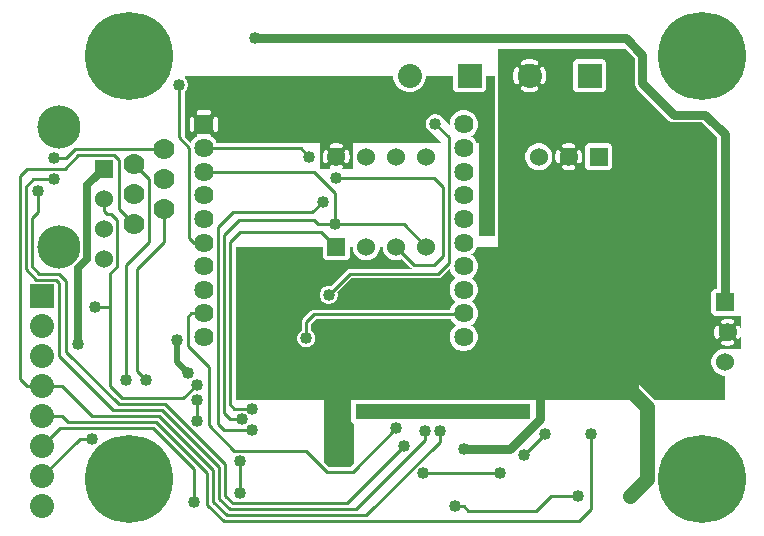
<source format=gbr>
G04 start of page 3 for group 1 idx 1 *
G04 Title: (unknown), solder *
G04 Creator: pcb 20110918 *
G04 CreationDate: Tue 05 Jan 2016 03:28:34 AM GMT UTC *
G04 For: railfan *
G04 Format: Gerber/RS-274X *
G04 PCB-Dimensions: 250000 175000 *
G04 PCB-Coordinate-Origin: lower left *
%MOIN*%
%FSLAX25Y25*%
%LNBOTTOM*%
%ADD70C,0.0530*%
%ADD69C,0.0380*%
%ADD68C,0.1285*%
%ADD67C,0.1280*%
%ADD66C,0.0480*%
%ADD65C,0.0320*%
%ADD64C,0.0280*%
%ADD63C,0.0400*%
%ADD62C,0.2937*%
%ADD61C,0.1440*%
%ADD60C,0.0700*%
%ADD59C,0.0800*%
%ADD58C,0.0640*%
%ADD57C,0.0600*%
%ADD56C,0.0200*%
%ADD55C,0.0250*%
%ADD54C,0.0300*%
%ADD53C,0.0500*%
%ADD52C,0.0150*%
%ADD51C,0.0100*%
%ADD50C,0.0001*%
G54D50*G36*
X179993Y160500D02*X186500D01*
Y128500D01*
X180585D01*
X180549Y128522D01*
X179993Y128752D01*
Y148645D01*
X180078Y148681D01*
X180179Y148743D01*
X180269Y148819D01*
X180345Y148909D01*
X180405Y149011D01*
X180622Y149480D01*
X180789Y149969D01*
X180909Y150472D01*
X180982Y150984D01*
X181006Y151500D01*
X180982Y152016D01*
X180909Y152528D01*
X180789Y153031D01*
X180622Y153520D01*
X180410Y153992D01*
X180349Y154093D01*
X180272Y154184D01*
X180182Y154261D01*
X180080Y154323D01*
X179993Y154360D01*
Y160500D01*
G37*
G36*
X175502D02*X179993D01*
Y154360D01*
X179971Y154369D01*
X179855Y154397D01*
X179737Y154406D01*
X179619Y154397D01*
X179503Y154370D01*
X179393Y154324D01*
X179292Y154262D01*
X179202Y154186D01*
X179124Y154095D01*
X179062Y153994D01*
X179016Y153885D01*
X178989Y153769D01*
X178979Y153651D01*
X178988Y153532D01*
X179016Y153417D01*
X179063Y153308D01*
X179221Y152968D01*
X179342Y152612D01*
X179430Y152247D01*
X179482Y151875D01*
X179500Y151500D01*
X179482Y151125D01*
X179430Y150753D01*
X179342Y150388D01*
X179221Y150032D01*
X179067Y149690D01*
X179020Y149582D01*
X178993Y149467D01*
X178983Y149349D01*
X178993Y149232D01*
X179021Y149117D01*
X179066Y149008D01*
X179128Y148907D01*
X179205Y148818D01*
X179295Y148741D01*
X179395Y148680D01*
X179504Y148635D01*
X179619Y148607D01*
X179737Y148598D01*
X179855Y148608D01*
X179969Y148635D01*
X179993Y148645D01*
Y128752D01*
X179895Y128793D01*
X179206Y128958D01*
X178500Y129014D01*
X177794Y128958D01*
X177105Y128793D01*
X176451Y128522D01*
X176415Y128500D01*
X175502D01*
Y145994D01*
X176016Y146018D01*
X176528Y146091D01*
X177031Y146211D01*
X177520Y146378D01*
X177992Y146590D01*
X178093Y146651D01*
X178184Y146728D01*
X178261Y146818D01*
X178323Y146920D01*
X178369Y147029D01*
X178397Y147145D01*
X178406Y147263D01*
X178397Y147381D01*
X178370Y147497D01*
X178324Y147607D01*
X178262Y147708D01*
X178186Y147798D01*
X178095Y147876D01*
X177994Y147938D01*
X177885Y147984D01*
X177769Y148011D01*
X177651Y148021D01*
X177532Y148012D01*
X177417Y147984D01*
X177308Y147937D01*
X176968Y147779D01*
X176612Y147658D01*
X176247Y147570D01*
X175875Y147518D01*
X175502Y147500D01*
Y155500D01*
X175875Y155482D01*
X176247Y155430D01*
X176612Y155342D01*
X176968Y155221D01*
X177310Y155067D01*
X177418Y155020D01*
X177533Y154993D01*
X177651Y154983D01*
X177768Y154993D01*
X177883Y155021D01*
X177992Y155066D01*
X178093Y155128D01*
X178182Y155205D01*
X178259Y155295D01*
X178320Y155395D01*
X178365Y155504D01*
X178393Y155619D01*
X178402Y155737D01*
X178392Y155855D01*
X178365Y155969D01*
X178319Y156078D01*
X178257Y156179D01*
X178181Y156269D01*
X178091Y156345D01*
X177989Y156405D01*
X177520Y156622D01*
X177031Y156789D01*
X176528Y156909D01*
X176016Y156982D01*
X175502Y157006D01*
Y160500D01*
G37*
G36*
X171007D02*X175502D01*
Y157006D01*
X175500Y157006D01*
X174984Y156982D01*
X174472Y156909D01*
X173969Y156789D01*
X173480Y156622D01*
X173008Y156410D01*
X172907Y156349D01*
X172816Y156272D01*
X172739Y156182D01*
X172677Y156080D01*
X172631Y155971D01*
X172603Y155855D01*
X172594Y155737D01*
X172603Y155619D01*
X172630Y155503D01*
X172676Y155393D01*
X172738Y155292D01*
X172814Y155202D01*
X172905Y155124D01*
X173006Y155062D01*
X173115Y155016D01*
X173231Y154989D01*
X173349Y154979D01*
X173468Y154988D01*
X173583Y155016D01*
X173692Y155063D01*
X174032Y155221D01*
X174388Y155342D01*
X174753Y155430D01*
X175125Y155482D01*
X175500Y155500D01*
X175502Y155500D01*
Y147500D01*
X175500Y147500D01*
X175125Y147518D01*
X174753Y147570D01*
X174388Y147658D01*
X174032Y147779D01*
X173690Y147933D01*
X173582Y147980D01*
X173467Y148007D01*
X173349Y148017D01*
X173232Y148007D01*
X173117Y147979D01*
X173008Y147934D01*
X172907Y147872D01*
X172818Y147795D01*
X172741Y147705D01*
X172680Y147605D01*
X172635Y147496D01*
X172607Y147381D01*
X172598Y147263D01*
X172608Y147145D01*
X172635Y147031D01*
X172681Y146922D01*
X172743Y146821D01*
X172819Y146731D01*
X172909Y146655D01*
X173011Y146595D01*
X173480Y146378D01*
X173969Y146211D01*
X174472Y146091D01*
X174984Y146018D01*
X175500Y145994D01*
X175502Y145994D01*
Y128500D01*
X171007D01*
Y148640D01*
X171029Y148631D01*
X171145Y148603D01*
X171263Y148594D01*
X171381Y148603D01*
X171497Y148630D01*
X171607Y148676D01*
X171708Y148738D01*
X171798Y148814D01*
X171876Y148905D01*
X171938Y149006D01*
X171984Y149115D01*
X172011Y149231D01*
X172021Y149349D01*
X172012Y149468D01*
X171984Y149583D01*
X171937Y149692D01*
X171779Y150032D01*
X171658Y150388D01*
X171570Y150753D01*
X171518Y151125D01*
X171500Y151500D01*
X171518Y151875D01*
X171570Y152247D01*
X171658Y152612D01*
X171779Y152968D01*
X171933Y153310D01*
X171980Y153418D01*
X172007Y153533D01*
X172017Y153651D01*
X172007Y153768D01*
X171979Y153883D01*
X171934Y153992D01*
X171872Y154093D01*
X171795Y154182D01*
X171705Y154259D01*
X171605Y154320D01*
X171496Y154365D01*
X171381Y154393D01*
X171263Y154402D01*
X171145Y154392D01*
X171031Y154365D01*
X171007Y154355D01*
Y160500D01*
G37*
G36*
X165000Y128500D02*Y160500D01*
X171007D01*
Y154355D01*
X170922Y154319D01*
X170821Y154257D01*
X170731Y154181D01*
X170655Y154091D01*
X170595Y153989D01*
X170378Y153520D01*
X170211Y153031D01*
X170091Y152528D01*
X170018Y152016D01*
X169994Y151500D01*
X170018Y150984D01*
X170091Y150472D01*
X170211Y149969D01*
X170378Y149480D01*
X170590Y149008D01*
X170651Y148907D01*
X170728Y148816D01*
X170818Y148739D01*
X170920Y148677D01*
X171007Y148640D01*
Y128500D01*
X165000D01*
G37*
G36*
X107000Y129000D02*X71300D01*
X71087Y129514D01*
X70836Y129923D01*
Y132796D01*
X70954Y132805D01*
X71068Y132833D01*
X71178Y132878D01*
X71278Y132939D01*
X71368Y133016D01*
X71445Y133106D01*
X71506Y133206D01*
X71551Y133316D01*
X71579Y133430D01*
X71586Y133548D01*
Y136948D01*
X71579Y137066D01*
X71551Y137180D01*
X71506Y137290D01*
X71445Y137390D01*
X71368Y137480D01*
X71278Y137557D01*
X71178Y137618D01*
X71068Y137663D01*
X70954Y137691D01*
X70836Y137700D01*
Y151500D01*
X107000D01*
Y129000D01*
G37*
G36*
X70836Y129923D02*X70700Y130145D01*
X70220Y130708D01*
X69657Y131188D01*
X69331Y131388D01*
X69329Y131416D01*
X69301Y131530D01*
X69256Y131640D01*
X69195Y131740D01*
X69118Y131830D01*
X69028Y131907D01*
X68928Y131968D01*
X68818Y132013D01*
X68704Y132041D01*
X68586Y132048D01*
X67401D01*
X66886Y132088D01*
Y138448D01*
X68586D01*
X68704Y138455D01*
X68818Y138483D01*
X68928Y138528D01*
X69028Y138589D01*
X69118Y138666D01*
X69195Y138756D01*
X69256Y138856D01*
X69301Y138966D01*
X69329Y139080D01*
X69338Y139198D01*
X69329Y139316D01*
X69301Y139430D01*
X69256Y139540D01*
X69195Y139640D01*
X69118Y139730D01*
X69028Y139807D01*
X68928Y139868D01*
X68818Y139913D01*
X68704Y139941D01*
X68586Y139948D01*
X66886D01*
Y151500D01*
X70836D01*
Y137700D01*
X70718Y137691D01*
X70604Y137663D01*
X70494Y137618D01*
X70394Y137557D01*
X70304Y137480D01*
X70227Y137390D01*
X70166Y137290D01*
X70121Y137180D01*
X70093Y137066D01*
X70086Y136948D01*
Y133548D01*
X70093Y133430D01*
X70121Y133316D01*
X70166Y133206D01*
X70227Y133106D01*
X70304Y133016D01*
X70394Y132939D01*
X70494Y132878D01*
X70604Y132833D01*
X70718Y132805D01*
X70836Y132796D01*
Y129923D01*
G37*
G36*
X66886Y132088D02*X66886D01*
X66371Y132048D01*
X65186D01*
X65068Y132041D01*
X64954Y132013D01*
X64844Y131968D01*
X64744Y131907D01*
X64654Y131830D01*
X64577Y131740D01*
X64516Y131640D01*
X64471Y131530D01*
X64443Y131416D01*
X64441Y131388D01*
X64115Y131188D01*
X63552Y130708D01*
X63072Y130145D01*
X62936Y129923D01*
Y132796D01*
X63054Y132805D01*
X63168Y132833D01*
X63278Y132878D01*
X63378Y132939D01*
X63468Y133016D01*
X63545Y133106D01*
X63606Y133206D01*
X63651Y133316D01*
X63679Y133430D01*
X63686Y133548D01*
Y136948D01*
X63679Y137066D01*
X63651Y137180D01*
X63606Y137290D01*
X63545Y137390D01*
X63468Y137480D01*
X63378Y137557D01*
X63278Y137618D01*
X63168Y137663D01*
X63054Y137691D01*
X62936Y137700D01*
Y151500D01*
X66886D01*
Y139948D01*
X65186D01*
X65068Y139941D01*
X64954Y139913D01*
X64844Y139868D01*
X64744Y139807D01*
X64654Y139730D01*
X64577Y139640D01*
X64516Y139540D01*
X64471Y139430D01*
X64443Y139316D01*
X64434Y139198D01*
X64443Y139080D01*
X64471Y138966D01*
X64516Y138856D01*
X64577Y138756D01*
X64654Y138666D01*
X64744Y138589D01*
X64844Y138528D01*
X64954Y138483D01*
X65068Y138455D01*
X65186Y138448D01*
X66886D01*
Y132088D01*
G37*
G36*
X62936Y129923D02*X62685Y129514D01*
X62516Y129105D01*
X60500Y131121D01*
Y146263D01*
X60628Y146372D01*
X60935Y146731D01*
X61181Y147134D01*
X61362Y147570D01*
X61472Y148029D01*
X61500Y148500D01*
X61472Y148971D01*
X61362Y149430D01*
X61181Y149866D01*
X60935Y150269D01*
X60628Y150628D01*
X60500Y150737D01*
Y151500D01*
X62936D01*
Y137700D01*
X62818Y137691D01*
X62704Y137663D01*
X62594Y137618D01*
X62494Y137557D01*
X62404Y137480D01*
X62327Y137390D01*
X62266Y137290D01*
X62221Y137180D01*
X62193Y137066D01*
X62186Y136948D01*
Y133548D01*
X62193Y133430D01*
X62221Y133316D01*
X62266Y133206D01*
X62327Y133106D01*
X62404Y133016D01*
X62494Y132939D01*
X62594Y132878D01*
X62704Y132833D01*
X62818Y132805D01*
X62936Y132796D01*
Y129923D01*
G37*
G36*
X107500Y129000D02*Y151500D01*
X129983D01*
X130051Y150637D01*
X130253Y149795D01*
X130584Y148995D01*
X131037Y148257D01*
X131599Y147599D01*
X132257Y147037D01*
X132995Y146584D01*
X133795Y146253D01*
X134637Y146051D01*
X135500Y145983D01*
X136363Y146051D01*
X137205Y146253D01*
X138005Y146584D01*
X138743Y147037D01*
X139401Y147599D01*
X139963Y148257D01*
X140416Y148995D01*
X140747Y149795D01*
X140949Y150637D01*
X141000Y151500D01*
X150007D01*
X150014Y147265D01*
X150069Y147035D01*
X150159Y146817D01*
X150283Y146616D01*
X150436Y146436D01*
X150616Y146283D01*
X150817Y146159D01*
X151035Y146069D01*
X151265Y146014D01*
X151500Y146000D01*
X159735Y146014D01*
X159965Y146069D01*
X160183Y146159D01*
X160384Y146283D01*
X160564Y146436D01*
X160717Y146616D01*
X160841Y146817D01*
X160931Y147035D01*
X160986Y147265D01*
X161000Y147500D01*
X160993Y151500D01*
X164000D01*
Y133237D01*
X163769Y133435D01*
X163366Y133681D01*
X162930Y133862D01*
X162471Y133972D01*
X162000Y134009D01*
X161529Y133972D01*
X161070Y133862D01*
X160634Y133681D01*
X160231Y133435D01*
X159872Y133128D01*
X159565Y132769D01*
X159319Y132366D01*
X159138Y131930D01*
X159028Y131471D01*
X158991Y131000D01*
X159028Y130529D01*
X159138Y130070D01*
X159319Y129634D01*
X159565Y129231D01*
X159763Y129000D01*
X157914D01*
X157701Y129514D01*
X157314Y130145D01*
X156834Y130708D01*
X156271Y131188D01*
X156071Y131311D01*
X156271Y131434D01*
X156834Y131914D01*
X157314Y132477D01*
X157701Y133108D01*
X157984Y133791D01*
X158156Y134510D01*
X158200Y135248D01*
X158156Y135986D01*
X157984Y136705D01*
X157701Y137388D01*
X157314Y138019D01*
X156834Y138582D01*
X156271Y139062D01*
X155640Y139449D01*
X154957Y139732D01*
X154238Y139904D01*
X153500Y139962D01*
X152762Y139904D01*
X152043Y139732D01*
X151360Y139449D01*
X150729Y139062D01*
X150166Y138582D01*
X149686Y138019D01*
X149299Y137388D01*
X149016Y136705D01*
X148844Y135986D01*
X148786Y135248D01*
X148798Y135086D01*
X146192Y137692D01*
X145828Y138016D01*
X145412Y138271D01*
X144961Y138457D01*
X144486Y138571D01*
X144000Y138610D01*
X143514Y138571D01*
X143039Y138457D01*
X142588Y138271D01*
X142172Y138016D01*
X141801Y137699D01*
X141484Y137328D01*
X141229Y136912D01*
X141043Y136461D01*
X140929Y135986D01*
X140890Y135500D01*
X140929Y135014D01*
X141043Y134539D01*
X141229Y134088D01*
X141484Y133672D01*
X141808Y133308D01*
X146116Y129000D01*
X141176D01*
X141000Y129014D01*
X140824Y129000D01*
X131176D01*
X131000Y129014D01*
X130824Y129000D01*
X121176D01*
X121000Y129014D01*
X120824Y129000D01*
X111108D01*
X111000Y129005D01*
X110892Y129000D01*
X107500D01*
G37*
G36*
X114613Y151500D02*X116500D01*
Y124676D01*
X116486Y124500D01*
X116500Y124324D01*
Y120500D01*
X114613D01*
Y122353D01*
X114656Y122360D01*
X114768Y122397D01*
X114873Y122452D01*
X114968Y122522D01*
X115051Y122606D01*
X115119Y122702D01*
X115170Y122808D01*
X115318Y123216D01*
X115422Y123637D01*
X115484Y124067D01*
X115505Y124500D01*
X115484Y124933D01*
X115422Y125363D01*
X115318Y125784D01*
X115175Y126194D01*
X115122Y126300D01*
X115053Y126396D01*
X114970Y126481D01*
X114875Y126551D01*
X114769Y126606D01*
X114657Y126643D01*
X114613Y126651D01*
Y151500D01*
G37*
G36*
X110998D02*X114613D01*
Y126651D01*
X114540Y126663D01*
X114421Y126664D01*
X114304Y126646D01*
X114191Y126610D01*
X114085Y126557D01*
X113988Y126488D01*
X113904Y126405D01*
X113833Y126309D01*
X113779Y126204D01*
X113741Y126092D01*
X113722Y125975D01*
X113721Y125856D01*
X113739Y125739D01*
X113777Y125626D01*
X113876Y125355D01*
X113944Y125075D01*
X113986Y124789D01*
X114000Y124500D01*
X113986Y124211D01*
X113944Y123925D01*
X113876Y123645D01*
X113780Y123372D01*
X113742Y123261D01*
X113725Y123144D01*
X113725Y123026D01*
X113745Y122909D01*
X113782Y122797D01*
X113836Y122693D01*
X113906Y122598D01*
X113991Y122515D01*
X114087Y122446D01*
X114192Y122393D01*
X114305Y122357D01*
X114421Y122340D01*
X114539Y122341D01*
X114613Y122353D01*
Y120500D01*
X112950D01*
X112981Y120530D01*
X113051Y120625D01*
X113106Y120731D01*
X113143Y120843D01*
X113163Y120960D01*
X113164Y121079D01*
X113146Y121196D01*
X113110Y121309D01*
X113057Y121415D01*
X112988Y121512D01*
X112905Y121596D01*
X112809Y121667D01*
X112704Y121721D01*
X112592Y121759D01*
X112475Y121778D01*
X112356Y121779D01*
X112239Y121761D01*
X112126Y121723D01*
X111855Y121624D01*
X111575Y121556D01*
X111289Y121514D01*
X111000Y121500D01*
X110998Y121500D01*
Y127500D01*
X111000Y127500D01*
X111289Y127486D01*
X111575Y127444D01*
X111855Y127376D01*
X112128Y127280D01*
X112239Y127242D01*
X112356Y127225D01*
X112474Y127225D01*
X112591Y127245D01*
X112703Y127282D01*
X112807Y127336D01*
X112902Y127406D01*
X112985Y127491D01*
X113054Y127587D01*
X113107Y127692D01*
X113143Y127805D01*
X113160Y127921D01*
X113159Y128039D01*
X113140Y128156D01*
X113103Y128268D01*
X113048Y128373D01*
X112978Y128468D01*
X112894Y128551D01*
X112798Y128619D01*
X112692Y128670D01*
X112284Y128818D01*
X111863Y128922D01*
X111433Y128984D01*
X111000Y129005D01*
X110998Y129005D01*
Y151500D01*
G37*
G36*
X107387D02*X110998D01*
Y129005D01*
X110567Y128984D01*
X110137Y128922D01*
X109716Y128818D01*
X109306Y128675D01*
X109200Y128622D01*
X109104Y128553D01*
X109019Y128470D01*
X108949Y128375D01*
X108894Y128269D01*
X108857Y128157D01*
X108837Y128040D01*
X108836Y127921D01*
X108854Y127804D01*
X108890Y127691D01*
X108943Y127585D01*
X109012Y127488D01*
X109095Y127404D01*
X109191Y127333D01*
X109296Y127279D01*
X109408Y127241D01*
X109525Y127222D01*
X109644Y127221D01*
X109761Y127239D01*
X109874Y127277D01*
X110145Y127376D01*
X110425Y127444D01*
X110711Y127486D01*
X110998Y127500D01*
Y121500D01*
X110711Y121514D01*
X110425Y121556D01*
X110145Y121624D01*
X109872Y121720D01*
X109761Y121758D01*
X109644Y121775D01*
X109526Y121775D01*
X109409Y121755D01*
X109297Y121718D01*
X109193Y121664D01*
X109098Y121594D01*
X109015Y121509D01*
X108946Y121413D01*
X108893Y121308D01*
X108857Y121195D01*
X108840Y121079D01*
X108841Y120961D01*
X108860Y120844D01*
X108897Y120732D01*
X108952Y120627D01*
X109022Y120532D01*
X109055Y120500D01*
X107387D01*
Y122349D01*
X107460Y122337D01*
X107579Y122336D01*
X107696Y122354D01*
X107809Y122390D01*
X107915Y122443D01*
X108012Y122512D01*
X108096Y122595D01*
X108167Y122691D01*
X108221Y122796D01*
X108259Y122908D01*
X108278Y123025D01*
X108279Y123144D01*
X108261Y123261D01*
X108223Y123374D01*
X108124Y123645D01*
X108056Y123925D01*
X108014Y124211D01*
X108000Y124500D01*
X108014Y124789D01*
X108056Y125075D01*
X108124Y125355D01*
X108220Y125628D01*
X108258Y125739D01*
X108275Y125856D01*
X108275Y125974D01*
X108255Y126091D01*
X108218Y126203D01*
X108164Y126307D01*
X108094Y126402D01*
X108009Y126485D01*
X107913Y126554D01*
X107808Y126607D01*
X107695Y126643D01*
X107579Y126660D01*
X107461Y126659D01*
X107387Y126647D01*
Y151500D01*
G37*
G36*
X105500Y120500D02*Y151500D01*
X107387D01*
Y126647D01*
X107344Y126640D01*
X107232Y126603D01*
X107127Y126548D01*
X107032Y126478D01*
X106949Y126394D01*
X106881Y126298D01*
X106830Y126192D01*
X106682Y125784D01*
X106578Y125363D01*
X106516Y124933D01*
X106495Y124500D01*
X106516Y124067D01*
X106578Y123637D01*
X106682Y123216D01*
X106825Y122806D01*
X106878Y122700D01*
X106947Y122604D01*
X107030Y122519D01*
X107125Y122449D01*
X107231Y122394D01*
X107343Y122357D01*
X107387Y122349D01*
Y120500D01*
X105500D01*
G37*
G36*
X194995Y135000D02*X212000D01*
Y48450D01*
X210975Y49475D01*
X210564Y49840D01*
X210094Y50128D01*
X209585Y50339D01*
X209049Y50468D01*
X208500Y50511D01*
X207951Y50468D01*
X207415Y50339D01*
X206906Y50128D01*
X206436Y49840D01*
X206017Y49483D01*
X205660Y49064D01*
X205372Y48594D01*
X205161Y48085D01*
X205032Y47549D01*
X204989Y47000D01*
X205032Y46451D01*
X205161Y45915D01*
X205372Y45406D01*
X205660Y44936D01*
X206025Y44525D01*
X207050Y43500D01*
X194995D01*
Y80491D01*
X195000Y80491D01*
X195471Y80528D01*
X195930Y80638D01*
X196366Y80819D01*
X196769Y81065D01*
X197128Y81372D01*
X197435Y81731D01*
X197681Y82134D01*
X197862Y82570D01*
X197972Y83029D01*
X198000Y83500D01*
X197972Y83971D01*
X197862Y84430D01*
X197681Y84866D01*
X197435Y85269D01*
X197128Y85628D01*
X196985Y85750D01*
X197128Y85872D01*
X197435Y86231D01*
X197681Y86634D01*
X197862Y87070D01*
X197972Y87529D01*
X198000Y88000D01*
X197972Y88471D01*
X197862Y88930D01*
X197681Y89366D01*
X197435Y89769D01*
X197128Y90128D01*
X196985Y90250D01*
X197128Y90372D01*
X197435Y90731D01*
X197681Y91134D01*
X197862Y91570D01*
X197972Y92029D01*
X198000Y92500D01*
X197972Y92971D01*
X197862Y93430D01*
X197681Y93866D01*
X197435Y94269D01*
X197128Y94628D01*
X196985Y94750D01*
X197128Y94872D01*
X197435Y95231D01*
X197681Y95634D01*
X197862Y96070D01*
X197972Y96529D01*
X198000Y97000D01*
X197972Y97471D01*
X197862Y97930D01*
X197681Y98366D01*
X197435Y98769D01*
X197128Y99128D01*
X196769Y99435D01*
X196366Y99681D01*
X195930Y99862D01*
X195471Y99972D01*
X195000Y100009D01*
X194995Y100009D01*
Y120085D01*
X195035Y120069D01*
X195265Y120014D01*
X195500Y120000D01*
X201735Y120014D01*
X201965Y120069D01*
X202183Y120159D01*
X202384Y120283D01*
X202564Y120436D01*
X202717Y120616D01*
X202841Y120817D01*
X202931Y121035D01*
X202986Y121265D01*
X203000Y121500D01*
X202986Y127735D01*
X202931Y127965D01*
X202841Y128183D01*
X202717Y128384D01*
X202564Y128564D01*
X202384Y128717D01*
X202183Y128841D01*
X201965Y128931D01*
X201735Y128986D01*
X201500Y129000D01*
X195265Y128986D01*
X195035Y128931D01*
X194995Y128915D01*
Y135000D01*
G37*
G36*
X192113Y82674D02*X192138Y82570D01*
X192319Y82134D01*
X192565Y81731D01*
X192872Y81372D01*
X193231Y81065D01*
X193634Y80819D01*
X194070Y80638D01*
X194529Y80528D01*
X194995Y80491D01*
Y43500D01*
X192113D01*
Y82674D01*
G37*
G36*
Y87174D02*X192138Y87070D01*
X192319Y86634D01*
X192565Y86231D01*
X192872Y85872D01*
X193015Y85750D01*
X192872Y85628D01*
X192565Y85269D01*
X192319Y84866D01*
X192138Y84430D01*
X192113Y84326D01*
Y87174D01*
G37*
G36*
Y91674D02*X192138Y91570D01*
X192319Y91134D01*
X192565Y90731D01*
X192872Y90372D01*
X193015Y90250D01*
X192872Y90128D01*
X192565Y89769D01*
X192319Y89366D01*
X192138Y88930D01*
X192113Y88826D01*
Y91674D01*
G37*
G36*
Y96174D02*X192138Y96070D01*
X192319Y95634D01*
X192565Y95231D01*
X192872Y94872D01*
X193015Y94750D01*
X192872Y94628D01*
X192565Y94269D01*
X192319Y93866D01*
X192138Y93430D01*
X192113Y93326D01*
Y96174D01*
G37*
G36*
Y135000D02*X194995D01*
Y128915D01*
X194817Y128841D01*
X194616Y128717D01*
X194436Y128564D01*
X194283Y128384D01*
X194159Y128183D01*
X194069Y127965D01*
X194014Y127735D01*
X194000Y127500D01*
X194014Y121265D01*
X194069Y121035D01*
X194159Y120817D01*
X194283Y120616D01*
X194436Y120436D01*
X194616Y120283D01*
X194817Y120159D01*
X194995Y120085D01*
Y100009D01*
X194529Y99972D01*
X194070Y99862D01*
X193634Y99681D01*
X193231Y99435D01*
X192872Y99128D01*
X192565Y98769D01*
X192319Y98366D01*
X192138Y97930D01*
X192113Y97826D01*
Y122353D01*
X192156Y122360D01*
X192268Y122397D01*
X192373Y122452D01*
X192468Y122522D01*
X192551Y122606D01*
X192619Y122702D01*
X192670Y122808D01*
X192818Y123216D01*
X192922Y123637D01*
X192984Y124067D01*
X193005Y124500D01*
X192984Y124933D01*
X192922Y125363D01*
X192818Y125784D01*
X192675Y126194D01*
X192622Y126300D01*
X192553Y126396D01*
X192470Y126481D01*
X192375Y126551D01*
X192269Y126606D01*
X192157Y126643D01*
X192113Y126651D01*
Y135000D01*
G37*
G36*
X188502D02*X192113D01*
Y126651D01*
X192040Y126663D01*
X191921Y126664D01*
X191804Y126646D01*
X191691Y126610D01*
X191585Y126557D01*
X191488Y126488D01*
X191404Y126405D01*
X191333Y126309D01*
X191279Y126204D01*
X191241Y126092D01*
X191222Y125975D01*
X191221Y125856D01*
X191239Y125739D01*
X191277Y125626D01*
X191376Y125355D01*
X191444Y125075D01*
X191486Y124789D01*
X191500Y124500D01*
X191486Y124211D01*
X191444Y123925D01*
X191376Y123645D01*
X191280Y123372D01*
X191242Y123261D01*
X191225Y123144D01*
X191225Y123026D01*
X191245Y122909D01*
X191282Y122797D01*
X191336Y122693D01*
X191406Y122598D01*
X191491Y122515D01*
X191587Y122446D01*
X191692Y122393D01*
X191805Y122357D01*
X191921Y122340D01*
X192039Y122341D01*
X192113Y122353D01*
Y97826D01*
X192028Y97471D01*
X191991Y97000D01*
X192028Y96529D01*
X192113Y96174D01*
Y93326D01*
X192028Y92971D01*
X191991Y92500D01*
X192028Y92029D01*
X192113Y91674D01*
Y88826D01*
X192028Y88471D01*
X191991Y88000D01*
X192028Y87529D01*
X192113Y87174D01*
Y84326D01*
X192028Y83971D01*
X191991Y83500D01*
X192028Y83029D01*
X192113Y82674D01*
Y43500D01*
X188502D01*
Y119995D01*
X188933Y120016D01*
X189363Y120078D01*
X189784Y120182D01*
X190194Y120325D01*
X190300Y120378D01*
X190396Y120447D01*
X190481Y120530D01*
X190551Y120625D01*
X190606Y120731D01*
X190643Y120843D01*
X190663Y120960D01*
X190664Y121079D01*
X190646Y121196D01*
X190610Y121309D01*
X190557Y121415D01*
X190488Y121512D01*
X190405Y121596D01*
X190309Y121667D01*
X190204Y121721D01*
X190092Y121759D01*
X189975Y121778D01*
X189856Y121779D01*
X189739Y121761D01*
X189626Y121723D01*
X189355Y121624D01*
X189075Y121556D01*
X188789Y121514D01*
X188502Y121500D01*
Y127500D01*
X188789Y127486D01*
X189075Y127444D01*
X189355Y127376D01*
X189628Y127280D01*
X189739Y127242D01*
X189856Y127225D01*
X189974Y127225D01*
X190091Y127245D01*
X190203Y127282D01*
X190307Y127336D01*
X190402Y127406D01*
X190485Y127491D01*
X190554Y127587D01*
X190607Y127692D01*
X190643Y127805D01*
X190660Y127921D01*
X190659Y128039D01*
X190640Y128156D01*
X190603Y128268D01*
X190548Y128373D01*
X190478Y128468D01*
X190394Y128551D01*
X190298Y128619D01*
X190192Y128670D01*
X189784Y128818D01*
X189363Y128922D01*
X188933Y128984D01*
X188502Y129005D01*
Y135000D01*
G37*
G36*
X184887D02*X188502D01*
Y129005D01*
X188500Y129005D01*
X188067Y128984D01*
X187637Y128922D01*
X187216Y128818D01*
X186806Y128675D01*
X186700Y128622D01*
X186604Y128553D01*
X186519Y128470D01*
X186449Y128375D01*
X186394Y128269D01*
X186357Y128157D01*
X186337Y128040D01*
X186336Y127921D01*
X186354Y127804D01*
X186390Y127691D01*
X186443Y127585D01*
X186512Y127488D01*
X186595Y127404D01*
X186691Y127333D01*
X186796Y127279D01*
X186908Y127241D01*
X187025Y127222D01*
X187144Y127221D01*
X187261Y127239D01*
X187374Y127277D01*
X187645Y127376D01*
X187925Y127444D01*
X188211Y127486D01*
X188500Y127500D01*
X188502Y127500D01*
Y121500D01*
X188500Y121500D01*
X188211Y121514D01*
X187925Y121556D01*
X187645Y121624D01*
X187372Y121720D01*
X187261Y121758D01*
X187144Y121775D01*
X187026Y121775D01*
X186909Y121755D01*
X186797Y121718D01*
X186693Y121664D01*
X186598Y121594D01*
X186515Y121509D01*
X186446Y121413D01*
X186393Y121308D01*
X186357Y121195D01*
X186340Y121079D01*
X186341Y120961D01*
X186360Y120844D01*
X186397Y120732D01*
X186452Y120627D01*
X186522Y120532D01*
X186606Y120449D01*
X186702Y120381D01*
X186808Y120330D01*
X187216Y120182D01*
X187637Y120078D01*
X188067Y120016D01*
X188500Y119995D01*
X188502Y119995D01*
Y43500D01*
X184887D01*
Y122349D01*
X184960Y122337D01*
X185079Y122336D01*
X185196Y122354D01*
X185309Y122390D01*
X185415Y122443D01*
X185512Y122512D01*
X185596Y122595D01*
X185667Y122691D01*
X185721Y122796D01*
X185759Y122908D01*
X185778Y123025D01*
X185779Y123144D01*
X185761Y123261D01*
X185723Y123374D01*
X185624Y123645D01*
X185556Y123925D01*
X185514Y124211D01*
X185500Y124500D01*
X185514Y124789D01*
X185556Y125075D01*
X185624Y125355D01*
X185720Y125628D01*
X185758Y125739D01*
X185775Y125856D01*
X185775Y125974D01*
X185755Y126091D01*
X185718Y126203D01*
X185664Y126307D01*
X185594Y126402D01*
X185509Y126485D01*
X185413Y126554D01*
X185308Y126607D01*
X185195Y126643D01*
X185079Y126660D01*
X184961Y126659D01*
X184887Y126647D01*
Y135000D01*
G37*
G36*
X175745D02*X184887D01*
Y126647D01*
X184844Y126640D01*
X184732Y126603D01*
X184627Y126548D01*
X184532Y126478D01*
X184449Y126394D01*
X184381Y126298D01*
X184330Y126192D01*
X184182Y125784D01*
X184078Y125363D01*
X184016Y124933D01*
X183995Y124500D01*
X184016Y124067D01*
X184078Y123637D01*
X184182Y123216D01*
X184325Y122806D01*
X184378Y122700D01*
X184447Y122604D01*
X184530Y122519D01*
X184625Y122449D01*
X184731Y122394D01*
X184843Y122357D01*
X184887Y122349D01*
Y43500D01*
X175745D01*
Y76010D01*
X175750Y76015D01*
X175872Y75872D01*
X176231Y75565D01*
X176634Y75319D01*
X177070Y75138D01*
X177529Y75028D01*
X178000Y74991D01*
X178471Y75028D01*
X178930Y75138D01*
X179366Y75319D01*
X179769Y75565D01*
X180128Y75872D01*
X180435Y76231D01*
X180681Y76634D01*
X180862Y77070D01*
X180972Y77529D01*
X181000Y78000D01*
X180972Y78471D01*
X180862Y78930D01*
X180681Y79366D01*
X180435Y79769D01*
X180128Y80128D01*
X179769Y80435D01*
X179366Y80681D01*
X178930Y80862D01*
X178471Y80972D01*
X178000Y81009D01*
X177529Y80972D01*
X177070Y80862D01*
X176634Y80681D01*
X176231Y80435D01*
X175872Y80128D01*
X175750Y79985D01*
X175745Y79990D01*
Y120935D01*
X175847Y120848D01*
X176451Y120478D01*
X177105Y120207D01*
X177794Y120042D01*
X178500Y119986D01*
X179206Y120042D01*
X179895Y120207D01*
X180549Y120478D01*
X181153Y120848D01*
X181692Y121308D01*
X182152Y121847D01*
X182522Y122451D01*
X182793Y123105D01*
X182958Y123794D01*
X183000Y124500D01*
X182958Y125206D01*
X182793Y125895D01*
X182522Y126549D01*
X182152Y127153D01*
X181692Y127692D01*
X181153Y128152D01*
X180549Y128522D01*
X179895Y128793D01*
X179206Y128958D01*
X178500Y129014D01*
X177794Y128958D01*
X177105Y128793D01*
X176451Y128522D01*
X175847Y128152D01*
X175745Y128065D01*
Y135000D01*
G37*
G36*
X165000D02*X175745D01*
Y128065D01*
X175308Y127692D01*
X174848Y127153D01*
X174478Y126549D01*
X174207Y125895D01*
X174042Y125206D01*
X173986Y124500D01*
X174042Y123794D01*
X174207Y123105D01*
X174478Y122451D01*
X174848Y121847D01*
X175308Y121308D01*
X175745Y120935D01*
Y79990D01*
X175628Y80128D01*
X175269Y80435D01*
X174866Y80681D01*
X174430Y80862D01*
X173971Y80972D01*
X173500Y81009D01*
X173029Y80972D01*
X172570Y80862D01*
X172134Y80681D01*
X171731Y80435D01*
X171372Y80128D01*
X171065Y79769D01*
X170819Y79366D01*
X170638Y78930D01*
X170528Y78471D01*
X170491Y78000D01*
X170528Y77529D01*
X170638Y77070D01*
X170819Y76634D01*
X171065Y76231D01*
X171372Y75872D01*
X171731Y75565D01*
X172134Y75319D01*
X172570Y75138D01*
X173029Y75028D01*
X173500Y74991D01*
X173971Y75028D01*
X174430Y75138D01*
X174866Y75319D01*
X175269Y75565D01*
X175628Y75872D01*
X175745Y76010D01*
Y43500D01*
X165000D01*
Y135000D01*
G37*
G36*
X191500Y101000D02*X198500D01*
Y80000D01*
X191500D01*
Y101000D01*
G37*
G36*
X165000Y82000D02*X183000D01*
Y74000D01*
X165000D01*
Y82000D01*
G37*
G36*
Y43500D02*Y53500D01*
X175000D01*
Y43500D01*
X165000D01*
G37*
G36*
X158500Y98000D02*Y146000D01*
X164000D01*
Y98000D01*
X158500D01*
G37*
G36*
X237887Y52324D02*X238451Y51978D01*
X239105Y51707D01*
X239794Y51542D01*
X240500Y51486D01*
Y43500D01*
X237887D01*
Y52324D01*
G37*
G36*
Y71501D02*X240500Y71507D01*
Y70388D01*
X240216Y70318D01*
X239806Y70175D01*
X239700Y70122D01*
X239604Y70053D01*
X239519Y69970D01*
X239449Y69875D01*
X239394Y69769D01*
X239357Y69657D01*
X239337Y69540D01*
X239336Y69421D01*
X239354Y69304D01*
X239390Y69191D01*
X239443Y69085D01*
X239512Y68988D01*
X239595Y68904D01*
X239691Y68833D01*
X239796Y68779D01*
X239908Y68741D01*
X240025Y68722D01*
X240144Y68721D01*
X240261Y68739D01*
X240374Y68777D01*
X240500Y68823D01*
Y63175D01*
X240372Y63220D01*
X240261Y63258D01*
X240144Y63275D01*
X240026Y63275D01*
X239909Y63255D01*
X239797Y63218D01*
X239693Y63164D01*
X239598Y63094D01*
X239515Y63009D01*
X239446Y62913D01*
X239393Y62808D01*
X239357Y62695D01*
X239340Y62579D01*
X239341Y62461D01*
X239360Y62344D01*
X239397Y62232D01*
X239452Y62127D01*
X239522Y62032D01*
X239606Y61949D01*
X239702Y61881D01*
X239808Y61830D01*
X240216Y61682D01*
X240500Y61612D01*
Y60514D01*
X239794Y60458D01*
X239105Y60293D01*
X238451Y60022D01*
X237887Y59676D01*
Y63849D01*
X237960Y63837D01*
X238079Y63836D01*
X238196Y63854D01*
X238309Y63890D01*
X238415Y63943D01*
X238512Y64012D01*
X238596Y64095D01*
X238667Y64191D01*
X238721Y64296D01*
X238759Y64408D01*
X238778Y64525D01*
X238779Y64644D01*
X238761Y64761D01*
X238723Y64874D01*
X238624Y65145D01*
X238556Y65425D01*
X238514Y65711D01*
X238500Y66000D01*
X238514Y66289D01*
X238556Y66575D01*
X238624Y66855D01*
X238720Y67128D01*
X238758Y67239D01*
X238775Y67356D01*
X238775Y67474D01*
X238755Y67591D01*
X238718Y67703D01*
X238664Y67807D01*
X238594Y67902D01*
X238509Y67985D01*
X238413Y68054D01*
X238308Y68107D01*
X238195Y68143D01*
X238079Y68160D01*
X237961Y68159D01*
X237887Y68147D01*
Y71501D01*
G37*
G36*
Y131078D02*X238000Y130964D01*
Y80488D01*
X237887Y80487D01*
Y131078D01*
G37*
G36*
X220995Y137469D02*X221663Y136802D01*
X221727Y136727D01*
X222026Y136471D01*
X222362Y136266D01*
X222725Y136115D01*
X223108Y136023D01*
X223108D01*
X223500Y135992D01*
X223598Y136000D01*
X232964D01*
X237887Y131078D01*
Y80487D01*
X237265Y80486D01*
X237035Y80431D01*
X236817Y80341D01*
X236616Y80217D01*
X236436Y80064D01*
X236283Y79884D01*
X236159Y79683D01*
X236069Y79465D01*
X236014Y79235D01*
X236000Y79000D01*
X236014Y72765D01*
X236069Y72535D01*
X236159Y72317D01*
X236283Y72116D01*
X236436Y71936D01*
X236616Y71783D01*
X236817Y71659D01*
X237035Y71569D01*
X237265Y71514D01*
X237500Y71500D01*
X237887Y71501D01*
Y68147D01*
X237844Y68140D01*
X237732Y68103D01*
X237627Y68048D01*
X237532Y67978D01*
X237449Y67894D01*
X237381Y67798D01*
X237330Y67692D01*
X237182Y67284D01*
X237078Y66863D01*
X237016Y66433D01*
X236995Y66000D01*
X237016Y65567D01*
X237078Y65137D01*
X237182Y64716D01*
X237325Y64306D01*
X237378Y64200D01*
X237447Y64104D01*
X237530Y64019D01*
X237625Y63949D01*
X237731Y63894D01*
X237843Y63857D01*
X237887Y63849D01*
Y59676D01*
X237847Y59652D01*
X237308Y59192D01*
X236848Y58653D01*
X236478Y58049D01*
X236207Y57395D01*
X236042Y56706D01*
X235986Y56000D01*
X236042Y55294D01*
X236207Y54605D01*
X236478Y53951D01*
X236848Y53347D01*
X237308Y52808D01*
X237847Y52348D01*
X237887Y52324D01*
Y43500D01*
X220995D01*
Y81830D01*
X221000Y81838D01*
X221065Y81731D01*
X221372Y81372D01*
X221731Y81065D01*
X222134Y80819D01*
X222570Y80638D01*
X223029Y80528D01*
X223500Y80491D01*
X223971Y80528D01*
X224430Y80638D01*
X224866Y80819D01*
X225269Y81065D01*
X225628Y81372D01*
X225935Y81731D01*
X226181Y82134D01*
X226362Y82570D01*
X226472Y83029D01*
X226500Y83500D01*
X226472Y83971D01*
X226362Y84430D01*
X226181Y84866D01*
X225935Y85269D01*
X225628Y85628D01*
X225269Y85935D01*
X225162Y86000D01*
X225269Y86065D01*
X225628Y86372D01*
X225935Y86731D01*
X226181Y87134D01*
X226362Y87570D01*
X226472Y88029D01*
X226500Y88500D01*
X226472Y88971D01*
X226362Y89430D01*
X226181Y89866D01*
X225935Y90269D01*
X225628Y90628D01*
X225269Y90935D01*
X225162Y91000D01*
X225269Y91065D01*
X225628Y91372D01*
X225935Y91731D01*
X226181Y92134D01*
X226362Y92570D01*
X226472Y93029D01*
X226500Y93500D01*
X226472Y93971D01*
X226362Y94430D01*
X226181Y94866D01*
X225935Y95269D01*
X225628Y95628D01*
X225269Y95935D01*
X224866Y96181D01*
X224430Y96362D01*
X223971Y96472D01*
X223500Y96509D01*
X223029Y96472D01*
X222570Y96362D01*
X222134Y96181D01*
X221731Y95935D01*
X221372Y95628D01*
X221065Y95269D01*
X221000Y95162D01*
X220995Y95170D01*
Y137469D01*
G37*
G36*
X194995Y160500D02*X207464D01*
X210500Y157464D01*
Y149098D01*
X210492Y149000D01*
X210523Y148608D01*
Y148608D01*
X210615Y148225D01*
X210766Y147862D01*
X210971Y147526D01*
X211227Y147227D01*
X211302Y147163D01*
X220995Y137469D01*
Y95170D01*
X220935Y95269D01*
X220628Y95628D01*
X220269Y95935D01*
X219866Y96181D01*
X219430Y96362D01*
X218971Y96472D01*
X218500Y96509D01*
X218029Y96472D01*
X217570Y96362D01*
X217134Y96181D01*
X216731Y95935D01*
X216372Y95628D01*
X216065Y95269D01*
X215819Y94866D01*
X215638Y94430D01*
X215528Y93971D01*
X215491Y93500D01*
X215528Y93029D01*
X215638Y92570D01*
X215819Y92134D01*
X216065Y91731D01*
X216372Y91372D01*
X216731Y91065D01*
X216838Y91000D01*
X216731Y90935D01*
X216372Y90628D01*
X216065Y90269D01*
X215819Y89866D01*
X215638Y89430D01*
X215528Y88971D01*
X215491Y88500D01*
X215528Y88029D01*
X215638Y87570D01*
X215819Y87134D01*
X216065Y86731D01*
X216372Y86372D01*
X216731Y86065D01*
X216838Y86000D01*
X216731Y85935D01*
X216372Y85628D01*
X216065Y85269D01*
X215819Y84866D01*
X215638Y84430D01*
X215528Y83971D01*
X215491Y83500D01*
X215528Y83029D01*
X215638Y82570D01*
X215819Y82134D01*
X216065Y81731D01*
X216372Y81372D01*
X216731Y81065D01*
X217134Y80819D01*
X217570Y80638D01*
X218029Y80528D01*
X218500Y80491D01*
X218971Y80528D01*
X219430Y80638D01*
X219866Y80819D01*
X220269Y81065D01*
X220628Y81372D01*
X220935Y81731D01*
X220995Y81830D01*
Y43500D01*
X216962D01*
X216878Y43572D01*
X210975Y49475D01*
X210564Y49840D01*
X210094Y50128D01*
X209585Y50339D01*
X209049Y50468D01*
X208500Y50511D01*
X207951Y50468D01*
X207415Y50339D01*
X206906Y50128D01*
X206436Y49840D01*
X206017Y49483D01*
X205660Y49064D01*
X205372Y48594D01*
X205161Y48085D01*
X205032Y47549D01*
X204989Y47000D01*
X205032Y46451D01*
X205161Y45915D01*
X205372Y45406D01*
X205660Y44936D01*
X206025Y44525D01*
X207050Y43500D01*
X194995D01*
Y80491D01*
X195000Y80491D01*
X195471Y80528D01*
X195930Y80638D01*
X196366Y80819D01*
X196769Y81065D01*
X197128Y81372D01*
X197435Y81731D01*
X197681Y82134D01*
X197862Y82570D01*
X197972Y83029D01*
X198000Y83500D01*
X197972Y83971D01*
X197862Y84430D01*
X197681Y84866D01*
X197435Y85269D01*
X197128Y85628D01*
X196985Y85750D01*
X197128Y85872D01*
X197435Y86231D01*
X197681Y86634D01*
X197862Y87070D01*
X197972Y87529D01*
X198000Y88000D01*
X197972Y88471D01*
X197862Y88930D01*
X197681Y89366D01*
X197435Y89769D01*
X197128Y90128D01*
X196985Y90250D01*
X197128Y90372D01*
X197435Y90731D01*
X197681Y91134D01*
X197862Y91570D01*
X197972Y92029D01*
X198000Y92500D01*
X197972Y92971D01*
X197862Y93430D01*
X197681Y93866D01*
X197435Y94269D01*
X197128Y94628D01*
X196985Y94750D01*
X197128Y94872D01*
X197435Y95231D01*
X197681Y95634D01*
X197862Y96070D01*
X197972Y96529D01*
X198000Y97000D01*
X197972Y97471D01*
X197862Y97930D01*
X197681Y98366D01*
X197435Y98769D01*
X197128Y99128D01*
X196769Y99435D01*
X196366Y99681D01*
X195930Y99862D01*
X195471Y99972D01*
X195000Y100009D01*
X194995Y100009D01*
Y120085D01*
X195035Y120069D01*
X195265Y120014D01*
X195500Y120000D01*
X201735Y120014D01*
X201965Y120069D01*
X202183Y120159D01*
X202384Y120283D01*
X202564Y120436D01*
X202717Y120616D01*
X202841Y120817D01*
X202931Y121035D01*
X202986Y121265D01*
X203000Y121500D01*
X202986Y127735D01*
X202931Y127965D01*
X202841Y128183D01*
X202717Y128384D01*
X202564Y128564D01*
X202384Y128717D01*
X202183Y128841D01*
X201965Y128931D01*
X201735Y128986D01*
X201500Y129000D01*
X195265Y128986D01*
X195035Y128931D01*
X194995Y128915D01*
Y146006D01*
X199735Y146014D01*
X199965Y146069D01*
X200183Y146159D01*
X200384Y146283D01*
X200564Y146436D01*
X200717Y146616D01*
X200841Y146817D01*
X200931Y147035D01*
X200986Y147265D01*
X201000Y147500D01*
X200986Y155735D01*
X200931Y155965D01*
X200841Y156183D01*
X200717Y156384D01*
X200564Y156564D01*
X200384Y156717D01*
X200183Y156841D01*
X199965Y156931D01*
X199735Y156986D01*
X199500Y157000D01*
X194995Y156992D01*
Y160500D01*
G37*
G36*
X192113Y82674D02*X192138Y82570D01*
X192319Y82134D01*
X192565Y81731D01*
X192872Y81372D01*
X193231Y81065D01*
X193634Y80819D01*
X194070Y80638D01*
X194529Y80528D01*
X194995Y80491D01*
Y43500D01*
X192113D01*
Y82674D01*
G37*
G36*
Y87174D02*X192138Y87070D01*
X192319Y86634D01*
X192565Y86231D01*
X192872Y85872D01*
X193015Y85750D01*
X192872Y85628D01*
X192565Y85269D01*
X192319Y84866D01*
X192138Y84430D01*
X192113Y84326D01*
Y87174D01*
G37*
G36*
Y91674D02*X192138Y91570D01*
X192319Y91134D01*
X192565Y90731D01*
X192872Y90372D01*
X193015Y90250D01*
X192872Y90128D01*
X192565Y89769D01*
X192319Y89366D01*
X192138Y88930D01*
X192113Y88826D01*
Y91674D01*
G37*
G36*
Y96174D02*X192138Y96070D01*
X192319Y95634D01*
X192565Y95231D01*
X192872Y94872D01*
X193015Y94750D01*
X192872Y94628D01*
X192565Y94269D01*
X192319Y93866D01*
X192138Y93430D01*
X192113Y93326D01*
Y96174D01*
G37*
G36*
Y146001D02*X194995Y146006D01*
Y128915D01*
X194817Y128841D01*
X194616Y128717D01*
X194436Y128564D01*
X194283Y128384D01*
X194159Y128183D01*
X194069Y127965D01*
X194014Y127735D01*
X194000Y127500D01*
X194014Y121265D01*
X194069Y121035D01*
X194159Y120817D01*
X194283Y120616D01*
X194436Y120436D01*
X194616Y120283D01*
X194817Y120159D01*
X194995Y120085D01*
Y100009D01*
X194529Y99972D01*
X194070Y99862D01*
X193634Y99681D01*
X193231Y99435D01*
X192872Y99128D01*
X192565Y98769D01*
X192319Y98366D01*
X192138Y97930D01*
X192113Y97826D01*
Y122353D01*
X192156Y122360D01*
X192268Y122397D01*
X192373Y122452D01*
X192468Y122522D01*
X192551Y122606D01*
X192619Y122702D01*
X192670Y122808D01*
X192818Y123216D01*
X192922Y123637D01*
X192984Y124067D01*
X193005Y124500D01*
X192984Y124933D01*
X192922Y125363D01*
X192818Y125784D01*
X192675Y126194D01*
X192622Y126300D01*
X192553Y126396D01*
X192470Y126481D01*
X192375Y126551D01*
X192269Y126606D01*
X192157Y126643D01*
X192113Y126651D01*
Y146001D01*
G37*
G36*
Y160500D02*X194995D01*
Y156992D01*
X192113Y156988D01*
Y160500D01*
G37*
G36*
X188502D02*X192113D01*
Y156988D01*
X191265Y156986D01*
X191035Y156931D01*
X190817Y156841D01*
X190616Y156717D01*
X190436Y156564D01*
X190283Y156384D01*
X190159Y156183D01*
X190069Y155965D01*
X190014Y155735D01*
X190000Y155500D01*
X190014Y147265D01*
X190069Y147035D01*
X190159Y146817D01*
X190283Y146616D01*
X190436Y146436D01*
X190616Y146283D01*
X190817Y146159D01*
X191035Y146069D01*
X191265Y146014D01*
X191500Y146000D01*
X192113Y146001D01*
Y126651D01*
X192040Y126663D01*
X191921Y126664D01*
X191804Y126646D01*
X191691Y126610D01*
X191585Y126557D01*
X191488Y126488D01*
X191404Y126405D01*
X191333Y126309D01*
X191279Y126204D01*
X191241Y126092D01*
X191222Y125975D01*
X191221Y125856D01*
X191239Y125739D01*
X191277Y125626D01*
X191376Y125355D01*
X191444Y125075D01*
X191486Y124789D01*
X191500Y124500D01*
X191486Y124211D01*
X191444Y123925D01*
X191376Y123645D01*
X191280Y123372D01*
X191242Y123261D01*
X191225Y123144D01*
X191225Y123026D01*
X191245Y122909D01*
X191282Y122797D01*
X191336Y122693D01*
X191406Y122598D01*
X191491Y122515D01*
X191587Y122446D01*
X191692Y122393D01*
X191805Y122357D01*
X191921Y122340D01*
X192039Y122341D01*
X192113Y122353D01*
Y97826D01*
X192028Y97471D01*
X191991Y97000D01*
X192028Y96529D01*
X192113Y96174D01*
Y93326D01*
X192028Y92971D01*
X191991Y92500D01*
X192028Y92029D01*
X192113Y91674D01*
Y88826D01*
X192028Y88471D01*
X191991Y88000D01*
X192028Y87529D01*
X192113Y87174D01*
Y84326D01*
X192028Y83971D01*
X191991Y83500D01*
X192028Y83029D01*
X192113Y82674D01*
Y43500D01*
X188502D01*
Y119995D01*
X188933Y120016D01*
X189363Y120078D01*
X189784Y120182D01*
X190194Y120325D01*
X190300Y120378D01*
X190396Y120447D01*
X190481Y120530D01*
X190551Y120625D01*
X190606Y120731D01*
X190643Y120843D01*
X190663Y120960D01*
X190664Y121079D01*
X190646Y121196D01*
X190610Y121309D01*
X190557Y121415D01*
X190488Y121512D01*
X190405Y121596D01*
X190309Y121667D01*
X190204Y121721D01*
X190092Y121759D01*
X189975Y121778D01*
X189856Y121779D01*
X189739Y121761D01*
X189626Y121723D01*
X189355Y121624D01*
X189075Y121556D01*
X188789Y121514D01*
X188502Y121500D01*
Y127500D01*
X188789Y127486D01*
X189075Y127444D01*
X189355Y127376D01*
X189628Y127280D01*
X189739Y127242D01*
X189856Y127225D01*
X189974Y127225D01*
X190091Y127245D01*
X190203Y127282D01*
X190307Y127336D01*
X190402Y127406D01*
X190485Y127491D01*
X190554Y127587D01*
X190607Y127692D01*
X190643Y127805D01*
X190660Y127921D01*
X190659Y128039D01*
X190640Y128156D01*
X190603Y128268D01*
X190548Y128373D01*
X190478Y128468D01*
X190394Y128551D01*
X190298Y128619D01*
X190192Y128670D01*
X189784Y128818D01*
X189363Y128922D01*
X188933Y128984D01*
X188502Y129005D01*
Y160500D01*
G37*
G36*
X184887D02*X188502D01*
Y129005D01*
X188500Y129005D01*
X188067Y128984D01*
X187637Y128922D01*
X187216Y128818D01*
X186806Y128675D01*
X186700Y128622D01*
X186604Y128553D01*
X186519Y128470D01*
X186449Y128375D01*
X186394Y128269D01*
X186357Y128157D01*
X186337Y128040D01*
X186336Y127921D01*
X186354Y127804D01*
X186390Y127691D01*
X186443Y127585D01*
X186512Y127488D01*
X186595Y127404D01*
X186691Y127333D01*
X186796Y127279D01*
X186908Y127241D01*
X187025Y127222D01*
X187144Y127221D01*
X187261Y127239D01*
X187374Y127277D01*
X187645Y127376D01*
X187925Y127444D01*
X188211Y127486D01*
X188500Y127500D01*
X188502Y127500D01*
Y121500D01*
X188500Y121500D01*
X188211Y121514D01*
X187925Y121556D01*
X187645Y121624D01*
X187372Y121720D01*
X187261Y121758D01*
X187144Y121775D01*
X187026Y121775D01*
X186909Y121755D01*
X186797Y121718D01*
X186693Y121664D01*
X186598Y121594D01*
X186515Y121509D01*
X186446Y121413D01*
X186393Y121308D01*
X186357Y121195D01*
X186340Y121079D01*
X186341Y120961D01*
X186360Y120844D01*
X186397Y120732D01*
X186452Y120627D01*
X186522Y120532D01*
X186606Y120449D01*
X186702Y120381D01*
X186808Y120330D01*
X187216Y120182D01*
X187637Y120078D01*
X188067Y120016D01*
X188500Y119995D01*
X188502Y119995D01*
Y43500D01*
X184887D01*
Y122349D01*
X184960Y122337D01*
X185079Y122336D01*
X185196Y122354D01*
X185309Y122390D01*
X185415Y122443D01*
X185512Y122512D01*
X185596Y122595D01*
X185667Y122691D01*
X185721Y122796D01*
X185759Y122908D01*
X185778Y123025D01*
X185779Y123144D01*
X185761Y123261D01*
X185723Y123374D01*
X185624Y123645D01*
X185556Y123925D01*
X185514Y124211D01*
X185500Y124500D01*
X185514Y124789D01*
X185556Y125075D01*
X185624Y125355D01*
X185720Y125628D01*
X185758Y125739D01*
X185775Y125856D01*
X185775Y125974D01*
X185755Y126091D01*
X185718Y126203D01*
X185664Y126307D01*
X185594Y126402D01*
X185509Y126485D01*
X185413Y126554D01*
X185308Y126607D01*
X185195Y126643D01*
X185079Y126660D01*
X184961Y126659D01*
X184887Y126647D01*
Y160500D01*
G37*
G36*
X181500D02*X184887D01*
Y126647D01*
X184844Y126640D01*
X184732Y126603D01*
X184627Y126548D01*
X184532Y126478D01*
X184449Y126394D01*
X184381Y126298D01*
X184330Y126192D01*
X184182Y125784D01*
X184078Y125363D01*
X184016Y124933D01*
X183995Y124500D01*
X184016Y124067D01*
X184078Y123637D01*
X184182Y123216D01*
X184325Y122806D01*
X184378Y122700D01*
X184447Y122604D01*
X184530Y122519D01*
X184625Y122449D01*
X184731Y122394D01*
X184843Y122357D01*
X184887Y122349D01*
Y43500D01*
X181500D01*
Y121144D01*
X181692Y121308D01*
X182152Y121847D01*
X182522Y122451D01*
X182793Y123105D01*
X182958Y123794D01*
X183000Y124500D01*
X182958Y125206D01*
X182793Y125895D01*
X182522Y126549D01*
X182152Y127153D01*
X181692Y127692D01*
X181500Y127856D01*
Y160500D01*
G37*
G36*
X226500Y90500D02*X207500D01*
Y105000D01*
X226500D01*
Y90500D01*
G37*
G36*
X246000Y71500D02*Y66108D01*
X245984Y66433D01*
X245922Y66863D01*
X245818Y67284D01*
X245675Y67694D01*
X245622Y67800D01*
X245553Y67896D01*
X245470Y67981D01*
X245375Y68051D01*
X245269Y68106D01*
X245157Y68143D01*
X245040Y68163D01*
X244921Y68164D01*
X244804Y68146D01*
X244691Y68110D01*
X244585Y68057D01*
X244488Y67988D01*
X244404Y67905D01*
X244333Y67809D01*
X244279Y67704D01*
X244241Y67592D01*
X244222Y67475D01*
X244221Y67356D01*
X244239Y67239D01*
X244277Y67126D01*
X244376Y66855D01*
X244444Y66575D01*
X244486Y66289D01*
X244500Y66000D01*
X244486Y65711D01*
X244444Y65425D01*
X244376Y65145D01*
X244280Y64872D01*
X244242Y64761D01*
X244225Y64644D01*
X244225Y64526D01*
X244245Y64409D01*
X244282Y64297D01*
X244336Y64193D01*
X244406Y64098D01*
X244491Y64015D01*
X244587Y63946D01*
X244692Y63893D01*
X244805Y63857D01*
X244921Y63840D01*
X245039Y63841D01*
X245156Y63860D01*
X245268Y63897D01*
X245373Y63952D01*
X245468Y64022D01*
X245551Y64106D01*
X245619Y64202D01*
X245670Y64308D01*
X245818Y64716D01*
X245922Y65137D01*
X245984Y65567D01*
X246000Y65892D01*
Y60500D01*
X241502D01*
Y61495D01*
X241933Y61516D01*
X242363Y61578D01*
X242784Y61682D01*
X243194Y61825D01*
X243300Y61878D01*
X243396Y61947D01*
X243481Y62030D01*
X243551Y62125D01*
X243606Y62231D01*
X243643Y62343D01*
X243663Y62460D01*
X243664Y62579D01*
X243646Y62696D01*
X243610Y62809D01*
X243557Y62915D01*
X243488Y63012D01*
X243405Y63096D01*
X243309Y63167D01*
X243204Y63221D01*
X243092Y63259D01*
X242975Y63278D01*
X242856Y63279D01*
X242739Y63261D01*
X242626Y63223D01*
X242355Y63124D01*
X242075Y63056D01*
X241789Y63014D01*
X241502Y63000D01*
Y69000D01*
X241789Y68986D01*
X242075Y68944D01*
X242355Y68876D01*
X242628Y68780D01*
X242739Y68742D01*
X242856Y68725D01*
X242974Y68725D01*
X243091Y68745D01*
X243203Y68782D01*
X243307Y68836D01*
X243402Y68906D01*
X243485Y68991D01*
X243554Y69087D01*
X243607Y69192D01*
X243643Y69305D01*
X243660Y69421D01*
X243659Y69539D01*
X243640Y69656D01*
X243603Y69768D01*
X243548Y69873D01*
X243478Y69968D01*
X243394Y70051D01*
X243298Y70119D01*
X243192Y70170D01*
X242784Y70318D01*
X242363Y70422D01*
X241933Y70484D01*
X241502Y70505D01*
Y71500D01*
X246000D01*
G37*
G36*
X241502Y60500D02*X240676D01*
X240500Y60514D01*
X240324Y60500D01*
X237887D01*
Y63849D01*
X237960Y63837D01*
X238079Y63836D01*
X238196Y63854D01*
X238309Y63890D01*
X238415Y63943D01*
X238512Y64012D01*
X238596Y64095D01*
X238667Y64191D01*
X238721Y64296D01*
X238759Y64408D01*
X238778Y64525D01*
X238779Y64644D01*
X238761Y64761D01*
X238723Y64874D01*
X238624Y65145D01*
X238556Y65425D01*
X238514Y65711D01*
X238500Y66000D01*
X238514Y66289D01*
X238556Y66575D01*
X238624Y66855D01*
X238720Y67128D01*
X238758Y67239D01*
X238775Y67356D01*
X238775Y67474D01*
X238755Y67591D01*
X238718Y67703D01*
X238664Y67807D01*
X238594Y67902D01*
X238509Y67985D01*
X238413Y68054D01*
X238308Y68107D01*
X238195Y68143D01*
X238079Y68160D01*
X237961Y68159D01*
X237887Y68147D01*
Y71500D01*
X241502D01*
Y70505D01*
X241500Y70505D01*
X241067Y70484D01*
X240637Y70422D01*
X240216Y70318D01*
X239806Y70175D01*
X239700Y70122D01*
X239604Y70053D01*
X239519Y69970D01*
X239449Y69875D01*
X239394Y69769D01*
X239357Y69657D01*
X239337Y69540D01*
X239336Y69421D01*
X239354Y69304D01*
X239390Y69191D01*
X239443Y69085D01*
X239512Y68988D01*
X239595Y68904D01*
X239691Y68833D01*
X239796Y68779D01*
X239908Y68741D01*
X240025Y68722D01*
X240144Y68721D01*
X240261Y68739D01*
X240374Y68777D01*
X240645Y68876D01*
X240925Y68944D01*
X241211Y68986D01*
X241500Y69000D01*
X241502Y69000D01*
Y63000D01*
X241500Y63000D01*
X241211Y63014D01*
X240925Y63056D01*
X240645Y63124D01*
X240372Y63220D01*
X240261Y63258D01*
X240144Y63275D01*
X240026Y63275D01*
X239909Y63255D01*
X239797Y63218D01*
X239693Y63164D01*
X239598Y63094D01*
X239515Y63009D01*
X239446Y62913D01*
X239393Y62808D01*
X239357Y62695D01*
X239340Y62579D01*
X239341Y62461D01*
X239360Y62344D01*
X239397Y62232D01*
X239452Y62127D01*
X239522Y62032D01*
X239606Y61949D01*
X239702Y61881D01*
X239808Y61830D01*
X240216Y61682D01*
X240637Y61578D01*
X241067Y61516D01*
X241500Y61495D01*
X241502Y61495D01*
Y60500D01*
G37*
G36*
X237887D02*X207500D01*
Y71500D01*
X237887D01*
Y68147D01*
X237844Y68140D01*
X237732Y68103D01*
X237627Y68048D01*
X237532Y67978D01*
X237449Y67894D01*
X237381Y67798D01*
X237330Y67692D01*
X237182Y67284D01*
X237078Y66863D01*
X237016Y66433D01*
X236995Y66000D01*
X237016Y65567D01*
X237078Y65137D01*
X237182Y64716D01*
X237325Y64306D01*
X237378Y64200D01*
X237447Y64104D01*
X237530Y64019D01*
X237625Y63949D01*
X237731Y63894D01*
X237843Y63857D01*
X237887Y63849D01*
Y60500D01*
G37*
G36*
X212000Y43500D02*X202000D01*
Y53500D01*
X212000D01*
Y43500D01*
G37*
G36*
X214500Y80000D02*Y96000D01*
X226500D01*
Y80000D01*
X214500D01*
G37*
G36*
X172000Y43500D02*X77500D01*
Y59500D01*
X172000D01*
Y43500D01*
G37*
G36*
X148965Y73500D02*X103559D01*
X103500Y73505D01*
X103265Y73486D01*
X103035Y73431D01*
X102817Y73341D01*
X102616Y73217D01*
X102615Y73217D01*
X102436Y73064D01*
X102398Y73019D01*
X99981Y70602D01*
X99936Y70564D01*
X99783Y70384D01*
X99659Y70183D01*
X99569Y69965D01*
X99514Y69735D01*
X99514Y69735D01*
X99495Y69500D01*
X99500Y69441D01*
Y66599D01*
X99231Y66435D01*
X98872Y66128D01*
X98565Y65769D01*
X98319Y65366D01*
X98138Y64930D01*
X98028Y64471D01*
X97991Y64000D01*
X98028Y63529D01*
X98138Y63070D01*
X98319Y62634D01*
X98565Y62231D01*
X98872Y61872D01*
X99231Y61565D01*
X99634Y61319D01*
X100070Y61138D01*
X100529Y61028D01*
X101000Y60991D01*
X101471Y61028D01*
X101930Y61138D01*
X102366Y61319D01*
X102769Y61565D01*
X103128Y61872D01*
X103435Y62231D01*
X103681Y62634D01*
X103862Y63070D01*
X103972Y63529D01*
X104000Y64000D01*
X103972Y64471D01*
X103862Y64930D01*
X103681Y65366D01*
X103435Y65769D01*
X103128Y66128D01*
X102769Y66435D01*
X102500Y66599D01*
Y68879D01*
X104121Y70500D01*
X149140D01*
X149299Y70116D01*
X149686Y69485D01*
X150166Y68922D01*
X150729Y68442D01*
X150929Y68319D01*
X150729Y68196D01*
X150166Y67716D01*
X149686Y67153D01*
X149299Y66522D01*
X149016Y65839D01*
X148844Y65120D01*
X148786Y64382D01*
X148844Y63644D01*
X149016Y62925D01*
X149299Y62242D01*
X149686Y61611D01*
X150166Y61048D01*
X150729Y60568D01*
X151360Y60181D01*
X152043Y59898D01*
X152762Y59726D01*
X153500Y59668D01*
X154238Y59726D01*
X154957Y59898D01*
X155640Y60181D01*
X156271Y60568D01*
X156834Y61048D01*
X157314Y61611D01*
X157701Y62242D01*
X157984Y62925D01*
X158156Y63644D01*
X158200Y64382D01*
X158156Y65120D01*
X157984Y65839D01*
X157701Y66522D01*
X157314Y67153D01*
X156834Y67716D01*
X156271Y68196D01*
X156071Y68319D01*
X156271Y68442D01*
X156834Y68922D01*
X157314Y69485D01*
X157701Y70116D01*
X157984Y70799D01*
X158156Y71518D01*
X158200Y72256D01*
X158156Y72994D01*
X157984Y73713D01*
X157701Y74396D01*
X157314Y75027D01*
X156834Y75590D01*
X156271Y76070D01*
X156071Y76193D01*
X156271Y76316D01*
X156834Y76796D01*
X157314Y77359D01*
X157701Y77990D01*
X157984Y78673D01*
X158156Y79392D01*
X158200Y80130D01*
X158156Y80868D01*
X157984Y81587D01*
X157701Y82270D01*
X157314Y82901D01*
X156834Y83464D01*
X156271Y83944D01*
X156071Y84067D01*
X156271Y84190D01*
X156834Y84670D01*
X157314Y85233D01*
X157701Y85864D01*
X157984Y86547D01*
X158156Y87266D01*
X158200Y88004D01*
X158156Y88742D01*
X157984Y89461D01*
X157701Y90144D01*
X157314Y90775D01*
X156834Y91338D01*
X156271Y91818D01*
X156071Y91941D01*
X156271Y92064D01*
X156834Y92544D01*
X157314Y93107D01*
X157701Y93738D01*
X157984Y94421D01*
X158003Y94500D01*
X168000D01*
Y57500D01*
X87500D01*
Y94500D01*
X106507D01*
X106514Y91265D01*
X106569Y91035D01*
X106659Y90817D01*
X106783Y90616D01*
X106936Y90436D01*
X107116Y90283D01*
X107317Y90159D01*
X107535Y90069D01*
X107765Y90014D01*
X108000Y90000D01*
X114235Y90014D01*
X114465Y90069D01*
X114683Y90159D01*
X114884Y90283D01*
X115064Y90436D01*
X115217Y90616D01*
X115341Y90817D01*
X115431Y91035D01*
X115486Y91265D01*
X115500Y91500D01*
X115493Y94500D01*
X116486D01*
X116542Y93794D01*
X116707Y93105D01*
X116978Y92451D01*
X117348Y91847D01*
X117808Y91308D01*
X118347Y90848D01*
X118951Y90478D01*
X119605Y90207D01*
X120294Y90042D01*
X121000Y89986D01*
X121706Y90042D01*
X122395Y90207D01*
X123049Y90478D01*
X123653Y90848D01*
X124192Y91308D01*
X124652Y91847D01*
X125022Y92451D01*
X125293Y93105D01*
X125458Y93794D01*
X125500Y94500D01*
X126486D01*
X126542Y93794D01*
X126707Y93105D01*
X126978Y92451D01*
X127348Y91847D01*
X127808Y91308D01*
X128347Y90848D01*
X128951Y90478D01*
X129605Y90207D01*
X130294Y90042D01*
X131000Y89986D01*
X131706Y90042D01*
X132395Y90207D01*
X132944Y90435D01*
X135898Y87481D01*
X135936Y87436D01*
X136115Y87283D01*
X136116Y87283D01*
X136317Y87159D01*
X136535Y87069D01*
X136765Y87014D01*
X136941Y87000D01*
X115559D01*
X115500Y87005D01*
X115265Y86986D01*
X115035Y86931D01*
X114817Y86841D01*
X114616Y86717D01*
X114615Y86717D01*
X114436Y86564D01*
X114398Y86519D01*
X109277Y81399D01*
X108971Y81472D01*
X108500Y81509D01*
X108029Y81472D01*
X107570Y81362D01*
X107134Y81181D01*
X106731Y80935D01*
X106372Y80628D01*
X106065Y80269D01*
X105819Y79866D01*
X105638Y79430D01*
X105528Y78971D01*
X105491Y78500D01*
X105528Y78029D01*
X105638Y77570D01*
X105819Y77134D01*
X106065Y76731D01*
X106372Y76372D01*
X106731Y76065D01*
X107134Y75819D01*
X107570Y75638D01*
X108029Y75528D01*
X108500Y75491D01*
X108971Y75528D01*
X109430Y75638D01*
X109866Y75819D01*
X110269Y76065D01*
X110628Y76372D01*
X110935Y76731D01*
X111181Y77134D01*
X111362Y77570D01*
X111472Y78029D01*
X111500Y78500D01*
X111472Y78971D01*
X111399Y79277D01*
X116121Y84000D01*
X144941D01*
X145000Y83995D01*
X145235Y84014D01*
X145235Y84014D01*
X145465Y84069D01*
X145683Y84159D01*
X145884Y84283D01*
X146064Y84436D01*
X146102Y84481D01*
X148852Y87231D01*
X149016Y86547D01*
X149299Y85864D01*
X149686Y85233D01*
X150166Y84670D01*
X150729Y84190D01*
X150929Y84067D01*
X150729Y83944D01*
X150166Y83464D01*
X149686Y82901D01*
X149299Y82270D01*
X149016Y81587D01*
X148844Y80868D01*
X148786Y80130D01*
X148844Y79392D01*
X149016Y78673D01*
X149299Y77990D01*
X149686Y77359D01*
X150166Y76796D01*
X150729Y76316D01*
X150929Y76193D01*
X150729Y76070D01*
X150166Y75590D01*
X149686Y75027D01*
X149299Y74396D01*
X149016Y73713D01*
X148965Y73500D01*
G37*
G36*
X115500Y21000D02*X108500D01*
X107000Y22500D01*
Y46000D01*
X116000D01*
Y36500D01*
X117000Y35500D01*
Y22500D01*
X115500Y21000D01*
G37*
G36*
X77500Y43500D02*Y94500D01*
X90500D01*
Y43500D01*
X77500D01*
G37*
G36*
X175500Y42000D02*Y37000D01*
X117500D01*
Y42000D01*
X175500D01*
G37*
G54D51*X133500Y102000D02*X141000Y94500D01*
X137000Y88500D02*X131000Y94500D01*
X146500Y91500D02*X143500Y88500D01*
X137000D01*
X115500Y85500D02*X145000D01*
X108500Y78500D02*X115500Y85500D01*
X145000D02*X148500Y89000D01*
G54D52*X153244Y72000D02*X153500Y72256D01*
G54D51*X103500Y72000D02*X153244D01*
G54D53*X214500Y41000D02*X208500Y47000D01*
G54D54*X213000Y158500D02*X207500Y164000D01*
X223500Y138500D02*X213000Y149000D01*
Y158500D01*
X240500Y76000D02*Y132000D01*
X234000Y138500D01*
X223500D01*
G54D53*X214500Y41000D02*Y17000D01*
X209000Y11500D01*
G54D51*X180500Y32000D02*X173500Y25000D01*
G54D54*X179000Y37000D02*Y50500D01*
G54D51*X177500Y6500D02*X182500Y11500D01*
X191500D01*
X196000Y32000D02*Y7000D01*
X192000Y3000D01*
X165500Y19000D02*X140500D01*
G54D54*X153500Y27000D02*X169000D01*
X179000Y37000D01*
G54D51*X153500Y8000D02*X155000Y6500D01*
X177500D02*X155000D01*
X192000Y3000D02*X73500D01*
X106000Y99500D02*X111000Y94500D01*
X101000Y26500D02*X108000Y19500D01*
X116500D01*
X101000Y69500D02*X103500Y72000D01*
X101000Y64000D02*Y69500D01*
X116500Y19500D02*X131000Y34000D01*
X133500Y28000D02*X114500Y9000D01*
X140500Y30000D02*X117500Y7000D01*
X145500Y29500D02*X121000Y5000D01*
X140500Y33000D02*Y30000D01*
X145500Y33000D02*Y29500D01*
X150500Y8000D02*X153500D01*
X148500Y89000D02*Y131000D01*
Y119500D01*
G54D54*X207500Y164000D02*X84000D01*
G54D51*X133500Y102000D02*X105000D01*
X111000Y117500D02*X143500D01*
X146500Y114500D01*
Y91500D01*
X148500Y131000D02*X144000Y135500D01*
X103500Y103500D02*X105000Y102000D01*
X110500Y112500D02*Y102000D01*
X99126Y127374D02*X102000Y124500D01*
X103500Y119500D02*X110500Y112500D01*
X103000Y106000D02*X106500Y109500D01*
X66886Y119500D02*X103500D01*
X66886Y127374D02*X99126D01*
X66886Y95878D02*X63622D01*
X62000Y97500D01*
X75500Y96000D02*X79000Y99500D01*
X73500Y98500D02*X78500Y103500D01*
X103500D01*
X79000Y99500D02*X106000D01*
X76500Y106000D02*X103000D01*
X71500Y101000D02*X76500Y106000D01*
X44500Y87000D02*X53500Y96000D01*
Y107000D01*
X41000Y88500D02*X48500Y96000D01*
X62000Y97500D02*Y127500D01*
X58500Y148000D02*Y131000D01*
X62000Y127500D01*
X48500Y96000D02*Y117000D01*
X43500Y102000D02*X38500Y107000D01*
Y123500D01*
X36000Y105500D02*X34500D01*
X33500Y106500D01*
Y110500D01*
G54D55*Y120500D02*X28000Y115000D01*
G54D51*X48500Y117000D02*X43500Y122000D01*
X38500Y123500D02*X37000Y125000D01*
X25000D01*
X53500Y127000D02*X24000D01*
X21000Y124000D01*
X8000Y120500D02*X20500D01*
X25000Y125000D01*
X21000Y124000D02*X17000D01*
X10000Y117000D02*X17000D01*
X8000Y120500D02*X5500Y118000D01*
X7500Y87000D02*Y114500D01*
X10000Y117000D01*
X9500Y88000D02*Y104000D01*
X11500Y106000D01*
Y113000D01*
X62756Y72256D02*X61500Y71000D01*
X62756Y72256D02*X66886D01*
X61500Y71000D02*Y61500D01*
X68500Y54500D01*
X73500Y33500D02*X71500Y35500D01*
X75500Y42000D02*Y96000D01*
X73500Y39000D02*Y98500D01*
X71500Y35500D02*Y101000D01*
X68500Y54500D02*Y35000D01*
X77000Y40500D02*X75500Y42000D01*
X64500Y36000D02*Y43500D01*
X60000Y44000D02*X64500Y48500D01*
X83000Y40500D02*X77000D01*
X79500Y37000D02*X75500D01*
X73500Y39000D01*
X68500Y35000D02*X77000Y26500D01*
X72000Y21000D02*X53000Y40000D01*
X54000Y42000D02*X74000Y22000D01*
X70000Y20000D02*X52000Y38000D01*
X63500Y20500D02*X50000Y34000D01*
X68000Y19000D02*X51000Y36000D01*
G54D56*X58000Y56000D02*X61500Y52500D01*
G54D51*X83000Y33500D02*X73500D01*
X77000Y26500D02*X101000D01*
X79000Y12500D02*Y23000D01*
X114500Y9000D02*X76500D01*
X117500Y7000D02*X75500D01*
X121000Y5000D02*X74500D01*
X76500Y9000D02*X74000Y11500D01*
X75500Y7000D02*X72000Y10500D01*
Y21000D01*
X74000Y11500D02*Y22000D01*
X74500Y5000D02*X70000Y9500D01*
Y20000D01*
X73500Y3000D02*X68000Y8500D01*
Y19000D01*
X63500Y9500D02*Y20500D01*
G54D55*X28000Y115000D02*Y90500D01*
X25000Y87500D01*
G54D51*X35500Y85500D02*X38000Y88000D01*
Y103500D01*
X36000Y105500D01*
X5500Y50500D02*Y118000D01*
X21000Y59500D02*Y83000D01*
X18500Y85500D01*
X12000D01*
X9500Y88000D01*
X11000Y83500D02*X7500Y87000D01*
X54000Y42000D02*X38500D01*
X53000Y40000D02*X36500D01*
X52000Y38000D02*X29500D01*
Y30500D02*X25500D01*
X41000Y50000D02*Y88500D01*
X36500Y40000D02*X18500Y58000D01*
X38500Y42000D02*X21000Y59500D01*
X35500Y85500D02*Y48000D01*
G54D55*X25000Y87500D02*Y62000D01*
G54D51*X30500Y74500D02*X35500D01*
X18500Y58000D02*Y82500D01*
X17500Y83500D01*
X11000D01*
X44500Y87000D02*Y53000D01*
G54D56*X58000Y63500D02*Y56000D01*
G54D51*X25500Y30500D02*X13000Y18000D01*
X19000Y34000D02*X13000Y28000D01*
X19500Y38000D02*X13000D01*
X29500D02*X19500Y48000D01*
X50000Y34000D02*X19000D01*
X51000Y36000D02*X21500D01*
X19500Y38000D01*
Y48000D02*X8000D01*
X5500Y50500D01*
X60000Y44000D02*X39500D01*
X35500Y48000D01*
X44500Y53000D02*X47500Y50000D01*
G54D57*X131000Y94500D03*
X141000D03*
X131000Y124500D03*
X121000D03*
X111000D03*
G54D50*G36*
X108000Y97500D02*Y91500D01*
X114000D01*
Y97500D01*
X108000D01*
G37*
G54D57*X121000Y94500D03*
G54D58*X66886Y88004D03*
Y80130D03*
Y72256D03*
Y64382D03*
G54D57*X141000Y124500D03*
G54D50*G36*
X151500Y155500D02*Y147500D01*
X159500D01*
Y155500D01*
X151500D01*
G37*
G54D58*X153500Y135248D03*
Y127374D03*
Y119500D03*
Y111626D03*
Y103752D03*
Y95878D03*
Y88004D03*
Y80130D03*
Y72256D03*
Y64382D03*
G54D59*X135500Y151500D03*
G54D58*X66886Y119500D03*
Y111626D03*
Y103752D03*
Y95878D03*
G54D57*X33500Y110500D03*
G54D60*X43500Y112000D03*
X53500Y107000D03*
G54D57*X33500Y100500D03*
G54D60*X43500Y102000D03*
G54D57*X33500Y90500D03*
G54D50*G36*
X63686Y138448D02*Y132048D01*
X70086D01*
Y138448D01*
X63686D01*
G37*
G54D58*X66886Y127374D03*
G54D60*X53500Y127000D03*
Y117000D03*
G54D61*X18500Y94500D03*
G54D50*G36*
X9000Y82000D02*Y74000D01*
X17000D01*
Y82000D01*
X9000D01*
G37*
G54D59*X13000Y68000D03*
Y58000D03*
Y48000D03*
Y38000D03*
G54D62*X42000Y158000D03*
G54D50*G36*
X30500Y123500D02*Y117500D01*
X36500D01*
Y123500D01*
X30500D01*
G37*
G54D60*X43500Y122000D03*
G54D61*X18500Y134500D03*
G54D50*G36*
X195500Y127500D02*Y121500D01*
X201500D01*
Y127500D01*
X195500D01*
G37*
G54D57*X188500Y124500D03*
X178500D03*
G54D62*X233000Y158000D03*
G54D50*G36*
X191500Y155500D02*Y147500D01*
X199500D01*
Y155500D01*
X191500D01*
G37*
G54D59*X175500Y151500D03*
G54D50*G36*
X237500Y79000D02*Y73000D01*
X243500D01*
Y79000D01*
X237500D01*
G37*
G54D57*X241500Y66000D03*
X240500Y56000D03*
G54D62*X42000Y17000D03*
G54D59*X13000Y28000D03*
Y18000D03*
Y8000D03*
G54D62*X233000Y17000D03*
G54D63*X195000Y83500D03*
Y97000D03*
Y88000D03*
X178000Y78000D03*
X173500D03*
X195000Y92500D03*
X188500Y117500D03*
Y132000D03*
X114500Y23500D03*
X109500D03*
X120000Y39500D03*
X101000Y64000D03*
X83000Y40500D03*
Y33500D03*
X79000Y23000D03*
Y12500D03*
X79500Y37000D03*
X64500Y43500D03*
X25000Y62000D03*
X29500Y30500D03*
X30500Y74500D03*
X41000Y50000D03*
X47500D03*
X64500Y36500D03*
X63500Y9500D03*
X64500Y48500D03*
X61500Y52500D03*
X58000Y63500D03*
X218500Y93500D03*
X223500D03*
Y88500D03*
X218500Y83500D03*
X223500D03*
X218500Y88500D03*
X209000Y11500D03*
X125000Y39500D03*
X131000Y34000D03*
X133500Y28000D03*
X140000Y19000D03*
X140500Y33000D03*
X145500D03*
X168000Y39500D03*
X173000D03*
X163000D03*
X158000D03*
X153500Y27000D03*
X173500Y25000D03*
X165500Y19000D03*
X150500Y8000D03*
X180500Y32000D03*
X191500Y11500D03*
X196000Y32000D03*
X110500Y102000D03*
X102000Y124500D03*
X106500Y109500D03*
X108500Y78500D03*
X162000Y101000D03*
Y111000D03*
Y106000D03*
Y131000D03*
Y126000D03*
Y121000D03*
Y116000D03*
X111000Y117500D03*
X144000Y135500D03*
X84500Y86000D03*
Y91500D03*
Y80500D03*
X79500Y86000D03*
Y91500D03*
Y80500D03*
X58500Y148500D03*
X84500Y75000D03*
X79500D03*
X84500Y69500D03*
X79500D03*
X84000Y164000D03*
X17000Y124000D03*
Y117000D03*
X11500Y113000D03*
G54D56*G54D64*G54D65*G54D64*G54D66*G54D65*G54D66*G54D65*G54D64*G54D54*G54D64*G54D54*G54D64*G54D65*G54D54*G54D67*G54D66*G54D68*G54D64*G54D54*G54D67*G54D69*G54D68*G54D66*G54D70*G54D69*G54D68*G54D66*G54D68*M02*

</source>
